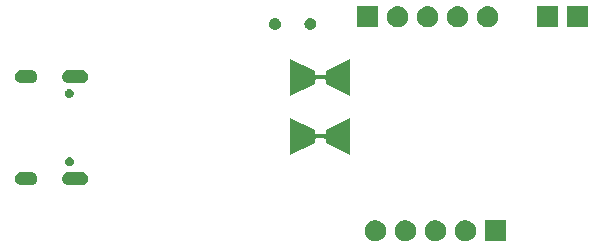
<source format=gbr>
G04 #@! TF.GenerationSoftware,KiCad,Pcbnew,5.1.5*
G04 #@! TF.CreationDate,2020-01-06T16:37:44-06:00*
G04 #@! TF.ProjectId,ATGM336H,4154474d-3333-4364-982e-6b696361645f,rev?*
G04 #@! TF.SameCoordinates,Original*
G04 #@! TF.FileFunction,Soldermask,Bot*
G04 #@! TF.FilePolarity,Negative*
%FSLAX46Y46*%
G04 Gerber Fmt 4.6, Leading zero omitted, Abs format (unit mm)*
G04 Created by KiCad (PCBNEW 5.1.5) date 2020-01-06 16:37:44*
%MOMM*%
%LPD*%
G04 APERTURE LIST*
%ADD10C,0.100000*%
G04 APERTURE END LIST*
D10*
G36*
X148221000Y-74901000D02*
G01*
X146419000Y-74901000D01*
X146419000Y-73099000D01*
X148221000Y-73099000D01*
X148221000Y-74901000D01*
G37*
G36*
X142353512Y-73103927D02*
G01*
X142502812Y-73133624D01*
X142666784Y-73201544D01*
X142814354Y-73300147D01*
X142939853Y-73425646D01*
X143038456Y-73573216D01*
X143106376Y-73737188D01*
X143141000Y-73911259D01*
X143141000Y-74088741D01*
X143106376Y-74262812D01*
X143038456Y-74426784D01*
X142939853Y-74574354D01*
X142814354Y-74699853D01*
X142666784Y-74798456D01*
X142502812Y-74866376D01*
X142353512Y-74896073D01*
X142328742Y-74901000D01*
X142151258Y-74901000D01*
X142126488Y-74896073D01*
X141977188Y-74866376D01*
X141813216Y-74798456D01*
X141665646Y-74699853D01*
X141540147Y-74574354D01*
X141441544Y-74426784D01*
X141373624Y-74262812D01*
X141339000Y-74088741D01*
X141339000Y-73911259D01*
X141373624Y-73737188D01*
X141441544Y-73573216D01*
X141540147Y-73425646D01*
X141665646Y-73300147D01*
X141813216Y-73201544D01*
X141977188Y-73133624D01*
X142126488Y-73103927D01*
X142151258Y-73099000D01*
X142328742Y-73099000D01*
X142353512Y-73103927D01*
G37*
G36*
X139813512Y-73103927D02*
G01*
X139962812Y-73133624D01*
X140126784Y-73201544D01*
X140274354Y-73300147D01*
X140399853Y-73425646D01*
X140498456Y-73573216D01*
X140566376Y-73737188D01*
X140601000Y-73911259D01*
X140601000Y-74088741D01*
X140566376Y-74262812D01*
X140498456Y-74426784D01*
X140399853Y-74574354D01*
X140274354Y-74699853D01*
X140126784Y-74798456D01*
X139962812Y-74866376D01*
X139813512Y-74896073D01*
X139788742Y-74901000D01*
X139611258Y-74901000D01*
X139586488Y-74896073D01*
X139437188Y-74866376D01*
X139273216Y-74798456D01*
X139125646Y-74699853D01*
X139000147Y-74574354D01*
X138901544Y-74426784D01*
X138833624Y-74262812D01*
X138799000Y-74088741D01*
X138799000Y-73911259D01*
X138833624Y-73737188D01*
X138901544Y-73573216D01*
X139000147Y-73425646D01*
X139125646Y-73300147D01*
X139273216Y-73201544D01*
X139437188Y-73133624D01*
X139586488Y-73103927D01*
X139611258Y-73099000D01*
X139788742Y-73099000D01*
X139813512Y-73103927D01*
G37*
G36*
X137273512Y-73103927D02*
G01*
X137422812Y-73133624D01*
X137586784Y-73201544D01*
X137734354Y-73300147D01*
X137859853Y-73425646D01*
X137958456Y-73573216D01*
X138026376Y-73737188D01*
X138061000Y-73911259D01*
X138061000Y-74088741D01*
X138026376Y-74262812D01*
X137958456Y-74426784D01*
X137859853Y-74574354D01*
X137734354Y-74699853D01*
X137586784Y-74798456D01*
X137422812Y-74866376D01*
X137273512Y-74896073D01*
X137248742Y-74901000D01*
X137071258Y-74901000D01*
X137046488Y-74896073D01*
X136897188Y-74866376D01*
X136733216Y-74798456D01*
X136585646Y-74699853D01*
X136460147Y-74574354D01*
X136361544Y-74426784D01*
X136293624Y-74262812D01*
X136259000Y-74088741D01*
X136259000Y-73911259D01*
X136293624Y-73737188D01*
X136361544Y-73573216D01*
X136460147Y-73425646D01*
X136585646Y-73300147D01*
X136733216Y-73201544D01*
X136897188Y-73133624D01*
X137046488Y-73103927D01*
X137071258Y-73099000D01*
X137248742Y-73099000D01*
X137273512Y-73103927D01*
G37*
G36*
X144893512Y-73103927D02*
G01*
X145042812Y-73133624D01*
X145206784Y-73201544D01*
X145354354Y-73300147D01*
X145479853Y-73425646D01*
X145578456Y-73573216D01*
X145646376Y-73737188D01*
X145681000Y-73911259D01*
X145681000Y-74088741D01*
X145646376Y-74262812D01*
X145578456Y-74426784D01*
X145479853Y-74574354D01*
X145354354Y-74699853D01*
X145206784Y-74798456D01*
X145042812Y-74866376D01*
X144893512Y-74896073D01*
X144868742Y-74901000D01*
X144691258Y-74901000D01*
X144666488Y-74896073D01*
X144517188Y-74866376D01*
X144353216Y-74798456D01*
X144205646Y-74699853D01*
X144080147Y-74574354D01*
X143981544Y-74426784D01*
X143913624Y-74262812D01*
X143879000Y-74088741D01*
X143879000Y-73911259D01*
X143913624Y-73737188D01*
X143981544Y-73573216D01*
X144080147Y-73425646D01*
X144205646Y-73300147D01*
X144353216Y-73201544D01*
X144517188Y-73133624D01*
X144666488Y-73103927D01*
X144691258Y-73099000D01*
X144868742Y-73099000D01*
X144893512Y-73103927D01*
G37*
G36*
X108108015Y-69026973D02*
G01*
X108211879Y-69058479D01*
X108239055Y-69073005D01*
X108307600Y-69109643D01*
X108391501Y-69178499D01*
X108460357Y-69262400D01*
X108496995Y-69330945D01*
X108511521Y-69358121D01*
X108543027Y-69461985D01*
X108553666Y-69570000D01*
X108543027Y-69678015D01*
X108511521Y-69781879D01*
X108511519Y-69781882D01*
X108460357Y-69877600D01*
X108391501Y-69961501D01*
X108307600Y-70030357D01*
X108239055Y-70066995D01*
X108211879Y-70081521D01*
X108108015Y-70113027D01*
X108027067Y-70121000D01*
X107172933Y-70121000D01*
X107091985Y-70113027D01*
X106988121Y-70081521D01*
X106960945Y-70066995D01*
X106892400Y-70030357D01*
X106808499Y-69961501D01*
X106739643Y-69877600D01*
X106688481Y-69781882D01*
X106688479Y-69781879D01*
X106656973Y-69678015D01*
X106646334Y-69570000D01*
X106656973Y-69461985D01*
X106688479Y-69358121D01*
X106703005Y-69330945D01*
X106739643Y-69262400D01*
X106808499Y-69178499D01*
X106892400Y-69109643D01*
X106960945Y-69073005D01*
X106988121Y-69058479D01*
X107091985Y-69026973D01*
X107172933Y-69019000D01*
X108027067Y-69019000D01*
X108108015Y-69026973D01*
G37*
G36*
X112408015Y-69026973D02*
G01*
X112511879Y-69058479D01*
X112539055Y-69073005D01*
X112607600Y-69109643D01*
X112691501Y-69178499D01*
X112760357Y-69262400D01*
X112796995Y-69330945D01*
X112811521Y-69358121D01*
X112843027Y-69461985D01*
X112853666Y-69570000D01*
X112843027Y-69678015D01*
X112811521Y-69781879D01*
X112811519Y-69781882D01*
X112760357Y-69877600D01*
X112691501Y-69961501D01*
X112607600Y-70030357D01*
X112539055Y-70066995D01*
X112511879Y-70081521D01*
X112408015Y-70113027D01*
X112327067Y-70121000D01*
X111172933Y-70121000D01*
X111091985Y-70113027D01*
X110988121Y-70081521D01*
X110960945Y-70066995D01*
X110892400Y-70030357D01*
X110808499Y-69961501D01*
X110739643Y-69877600D01*
X110688481Y-69781882D01*
X110688479Y-69781879D01*
X110656973Y-69678015D01*
X110646334Y-69570000D01*
X110656973Y-69461985D01*
X110688479Y-69358121D01*
X110703005Y-69330945D01*
X110739643Y-69262400D01*
X110808499Y-69178499D01*
X110892400Y-69109643D01*
X110960945Y-69073005D01*
X110988121Y-69058479D01*
X111091985Y-69026973D01*
X111172933Y-69019000D01*
X112327067Y-69019000D01*
X112408015Y-69026973D01*
G37*
G36*
X111359672Y-67778449D02*
G01*
X111359674Y-67778450D01*
X111359675Y-67778450D01*
X111428103Y-67806793D01*
X111489686Y-67847942D01*
X111542058Y-67900314D01*
X111583207Y-67961897D01*
X111611550Y-68030325D01*
X111626000Y-68102967D01*
X111626000Y-68177033D01*
X111611550Y-68249675D01*
X111583207Y-68318103D01*
X111542058Y-68379686D01*
X111489686Y-68432058D01*
X111428103Y-68473207D01*
X111359675Y-68501550D01*
X111359674Y-68501550D01*
X111359672Y-68501551D01*
X111287034Y-68516000D01*
X111212966Y-68516000D01*
X111140328Y-68501551D01*
X111140326Y-68501550D01*
X111140325Y-68501550D01*
X111071897Y-68473207D01*
X111010314Y-68432058D01*
X110957942Y-68379686D01*
X110916793Y-68318103D01*
X110888450Y-68249675D01*
X110874000Y-68177033D01*
X110874000Y-68102967D01*
X110888450Y-68030325D01*
X110916793Y-67961897D01*
X110957942Y-67900314D01*
X111010314Y-67847942D01*
X111071897Y-67806793D01*
X111140325Y-67778450D01*
X111140326Y-67778450D01*
X111140328Y-67778449D01*
X111212966Y-67764000D01*
X111287034Y-67764000D01*
X111359672Y-67778449D01*
G37*
G36*
X135051000Y-67582520D02*
G01*
X132949000Y-66531520D01*
X132949000Y-66300999D01*
X132946598Y-66276613D01*
X132939485Y-66253164D01*
X132927934Y-66231553D01*
X132912389Y-66212611D01*
X132893447Y-66197066D01*
X132871836Y-66185515D01*
X132848387Y-66178402D01*
X132824001Y-66176000D01*
X132175999Y-66176000D01*
X132151613Y-66178402D01*
X132128164Y-66185515D01*
X132106553Y-66197066D01*
X132087611Y-66212611D01*
X132072066Y-66231553D01*
X132060515Y-66253164D01*
X132053402Y-66276613D01*
X132051000Y-66300999D01*
X132051000Y-66531520D01*
X129949000Y-67582520D01*
X129949000Y-64417480D01*
X132051000Y-65468480D01*
X132051000Y-65699001D01*
X132053402Y-65723387D01*
X132060515Y-65746836D01*
X132072066Y-65768447D01*
X132087611Y-65787389D01*
X132106553Y-65802934D01*
X132128164Y-65814485D01*
X132151613Y-65821598D01*
X132175999Y-65824000D01*
X132824001Y-65824000D01*
X132848387Y-65821598D01*
X132871836Y-65814485D01*
X132893447Y-65802934D01*
X132912389Y-65787389D01*
X132927934Y-65768447D01*
X132939485Y-65746836D01*
X132946598Y-65723387D01*
X132949000Y-65699001D01*
X132949000Y-65468480D01*
X135051000Y-64417480D01*
X135051000Y-67582520D01*
G37*
G36*
X111359672Y-61998449D02*
G01*
X111359674Y-61998450D01*
X111359675Y-61998450D01*
X111428103Y-62026793D01*
X111489686Y-62067942D01*
X111542058Y-62120314D01*
X111583207Y-62181897D01*
X111611550Y-62250325D01*
X111626000Y-62322967D01*
X111626000Y-62397033D01*
X111611550Y-62469675D01*
X111583207Y-62538103D01*
X111542058Y-62599686D01*
X111489686Y-62652058D01*
X111428103Y-62693207D01*
X111359675Y-62721550D01*
X111359674Y-62721550D01*
X111359672Y-62721551D01*
X111287034Y-62736000D01*
X111212966Y-62736000D01*
X111140328Y-62721551D01*
X111140326Y-62721550D01*
X111140325Y-62721550D01*
X111071897Y-62693207D01*
X111010314Y-62652058D01*
X110957942Y-62599686D01*
X110916793Y-62538103D01*
X110888450Y-62469675D01*
X110874000Y-62397033D01*
X110874000Y-62322967D01*
X110888450Y-62250325D01*
X110916793Y-62181897D01*
X110957942Y-62120314D01*
X111010314Y-62067942D01*
X111071897Y-62026793D01*
X111140325Y-61998450D01*
X111140326Y-61998450D01*
X111140328Y-61998449D01*
X111212966Y-61984000D01*
X111287034Y-61984000D01*
X111359672Y-61998449D01*
G37*
G36*
X135051000Y-62582520D02*
G01*
X132949000Y-61531520D01*
X132949000Y-61300999D01*
X132946598Y-61276613D01*
X132939485Y-61253164D01*
X132927934Y-61231553D01*
X132912389Y-61212611D01*
X132893447Y-61197066D01*
X132871836Y-61185515D01*
X132848387Y-61178402D01*
X132824001Y-61176000D01*
X132175999Y-61176000D01*
X132151613Y-61178402D01*
X132128164Y-61185515D01*
X132106553Y-61197066D01*
X132087611Y-61212611D01*
X132072066Y-61231553D01*
X132060515Y-61253164D01*
X132053402Y-61276613D01*
X132051000Y-61300999D01*
X132051000Y-61531520D01*
X129949000Y-62582520D01*
X129949000Y-59417480D01*
X132051000Y-60468480D01*
X132051000Y-60699001D01*
X132053402Y-60723387D01*
X132060515Y-60746836D01*
X132072066Y-60768447D01*
X132087611Y-60787389D01*
X132106553Y-60802934D01*
X132128164Y-60814485D01*
X132151613Y-60821598D01*
X132175999Y-60824000D01*
X132824001Y-60824000D01*
X132848387Y-60821598D01*
X132871836Y-60814485D01*
X132893447Y-60802934D01*
X132912389Y-60787389D01*
X132927934Y-60768447D01*
X132939485Y-60746836D01*
X132946598Y-60723387D01*
X132949000Y-60699001D01*
X132949000Y-60468480D01*
X135051000Y-59417480D01*
X135051000Y-62582520D01*
G37*
G36*
X108108015Y-60386973D02*
G01*
X108211879Y-60418479D01*
X108239055Y-60433005D01*
X108307600Y-60469643D01*
X108391501Y-60538499D01*
X108460357Y-60622400D01*
X108496995Y-60690945D01*
X108511521Y-60718121D01*
X108543027Y-60821985D01*
X108553666Y-60930000D01*
X108543027Y-61038015D01*
X108511521Y-61141879D01*
X108511519Y-61141882D01*
X108460357Y-61237600D01*
X108391501Y-61321501D01*
X108307600Y-61390357D01*
X108239055Y-61426995D01*
X108211879Y-61441521D01*
X108108015Y-61473027D01*
X108027067Y-61481000D01*
X107172933Y-61481000D01*
X107091985Y-61473027D01*
X106988121Y-61441521D01*
X106960945Y-61426995D01*
X106892400Y-61390357D01*
X106808499Y-61321501D01*
X106739643Y-61237600D01*
X106688481Y-61141882D01*
X106688479Y-61141879D01*
X106656973Y-61038015D01*
X106646334Y-60930000D01*
X106656973Y-60821985D01*
X106688479Y-60718121D01*
X106703005Y-60690945D01*
X106739643Y-60622400D01*
X106808499Y-60538499D01*
X106892400Y-60469643D01*
X106960945Y-60433005D01*
X106988121Y-60418479D01*
X107091985Y-60386973D01*
X107172933Y-60379000D01*
X108027067Y-60379000D01*
X108108015Y-60386973D01*
G37*
G36*
X112408015Y-60386973D02*
G01*
X112511879Y-60418479D01*
X112539055Y-60433005D01*
X112607600Y-60469643D01*
X112691501Y-60538499D01*
X112760357Y-60622400D01*
X112796995Y-60690945D01*
X112811521Y-60718121D01*
X112843027Y-60821985D01*
X112853666Y-60930000D01*
X112843027Y-61038015D01*
X112811521Y-61141879D01*
X112811519Y-61141882D01*
X112760357Y-61237600D01*
X112691501Y-61321501D01*
X112607600Y-61390357D01*
X112539055Y-61426995D01*
X112511879Y-61441521D01*
X112408015Y-61473027D01*
X112327067Y-61481000D01*
X111172933Y-61481000D01*
X111091985Y-61473027D01*
X110988121Y-61441521D01*
X110960945Y-61426995D01*
X110892400Y-61390357D01*
X110808499Y-61321501D01*
X110739643Y-61237600D01*
X110688481Y-61141882D01*
X110688479Y-61141879D01*
X110656973Y-61038015D01*
X110646334Y-60930000D01*
X110656973Y-60821985D01*
X110688479Y-60718121D01*
X110703005Y-60690945D01*
X110739643Y-60622400D01*
X110808499Y-60538499D01*
X110892400Y-60469643D01*
X110960945Y-60433005D01*
X110988121Y-60418479D01*
X111091985Y-60386973D01*
X111172933Y-60379000D01*
X112327067Y-60379000D01*
X112408015Y-60386973D01*
G37*
G36*
X131747740Y-55983627D02*
G01*
X131796136Y-55993253D01*
X131833902Y-56008896D01*
X131887311Y-56031019D01*
X131887312Y-56031020D01*
X131969369Y-56085848D01*
X132039152Y-56155631D01*
X132039153Y-56155633D01*
X132093981Y-56237689D01*
X132131747Y-56328865D01*
X132151000Y-56425655D01*
X132151000Y-56524345D01*
X132131747Y-56621135D01*
X132093981Y-56712311D01*
X132066752Y-56753062D01*
X132039152Y-56794369D01*
X131969369Y-56864152D01*
X131928062Y-56891752D01*
X131887311Y-56918981D01*
X131833902Y-56941104D01*
X131796136Y-56956747D01*
X131747740Y-56966374D01*
X131699345Y-56976000D01*
X131600655Y-56976000D01*
X131552260Y-56966374D01*
X131503864Y-56956747D01*
X131466098Y-56941104D01*
X131412689Y-56918981D01*
X131371938Y-56891752D01*
X131330631Y-56864152D01*
X131260848Y-56794369D01*
X131233248Y-56753062D01*
X131206019Y-56712311D01*
X131168253Y-56621135D01*
X131149000Y-56524345D01*
X131149000Y-56425655D01*
X131168253Y-56328865D01*
X131206019Y-56237689D01*
X131260847Y-56155633D01*
X131260848Y-56155631D01*
X131330631Y-56085848D01*
X131412688Y-56031020D01*
X131412689Y-56031019D01*
X131466098Y-56008896D01*
X131503864Y-55993253D01*
X131552260Y-55983627D01*
X131600655Y-55974000D01*
X131699345Y-55974000D01*
X131747740Y-55983627D01*
G37*
G36*
X128747740Y-55983627D02*
G01*
X128796136Y-55993253D01*
X128833902Y-56008896D01*
X128887311Y-56031019D01*
X128887312Y-56031020D01*
X128969369Y-56085848D01*
X129039152Y-56155631D01*
X129039153Y-56155633D01*
X129093981Y-56237689D01*
X129131747Y-56328865D01*
X129151000Y-56425655D01*
X129151000Y-56524345D01*
X129131747Y-56621135D01*
X129093981Y-56712311D01*
X129066752Y-56753062D01*
X129039152Y-56794369D01*
X128969369Y-56864152D01*
X128928062Y-56891752D01*
X128887311Y-56918981D01*
X128833902Y-56941104D01*
X128796136Y-56956747D01*
X128747740Y-56966374D01*
X128699345Y-56976000D01*
X128600655Y-56976000D01*
X128552260Y-56966374D01*
X128503864Y-56956747D01*
X128466098Y-56941104D01*
X128412689Y-56918981D01*
X128371938Y-56891752D01*
X128330631Y-56864152D01*
X128260848Y-56794369D01*
X128233248Y-56753062D01*
X128206019Y-56712311D01*
X128168253Y-56621135D01*
X128149000Y-56524345D01*
X128149000Y-56425655D01*
X128168253Y-56328865D01*
X128206019Y-56237689D01*
X128260847Y-56155633D01*
X128260848Y-56155631D01*
X128330631Y-56085848D01*
X128412688Y-56031020D01*
X128412689Y-56031019D01*
X128466098Y-56008896D01*
X128503864Y-55993253D01*
X128552260Y-55983627D01*
X128600655Y-55974000D01*
X128699345Y-55974000D01*
X128747740Y-55983627D01*
G37*
G36*
X139153512Y-54983927D02*
G01*
X139302812Y-55013624D01*
X139466784Y-55081544D01*
X139614354Y-55180147D01*
X139739853Y-55305646D01*
X139838456Y-55453216D01*
X139906376Y-55617188D01*
X139941000Y-55791259D01*
X139941000Y-55968741D01*
X139906376Y-56142812D01*
X139838456Y-56306784D01*
X139739853Y-56454354D01*
X139614354Y-56579853D01*
X139466784Y-56678456D01*
X139302812Y-56746376D01*
X139153512Y-56776073D01*
X139128742Y-56781000D01*
X138951258Y-56781000D01*
X138926488Y-56776073D01*
X138777188Y-56746376D01*
X138613216Y-56678456D01*
X138465646Y-56579853D01*
X138340147Y-56454354D01*
X138241544Y-56306784D01*
X138173624Y-56142812D01*
X138139000Y-55968741D01*
X138139000Y-55791259D01*
X138173624Y-55617188D01*
X138241544Y-55453216D01*
X138340147Y-55305646D01*
X138465646Y-55180147D01*
X138613216Y-55081544D01*
X138777188Y-55013624D01*
X138926488Y-54983927D01*
X138951258Y-54979000D01*
X139128742Y-54979000D01*
X139153512Y-54983927D01*
G37*
G36*
X144233512Y-54983927D02*
G01*
X144382812Y-55013624D01*
X144546784Y-55081544D01*
X144694354Y-55180147D01*
X144819853Y-55305646D01*
X144918456Y-55453216D01*
X144986376Y-55617188D01*
X145021000Y-55791259D01*
X145021000Y-55968741D01*
X144986376Y-56142812D01*
X144918456Y-56306784D01*
X144819853Y-56454354D01*
X144694354Y-56579853D01*
X144546784Y-56678456D01*
X144382812Y-56746376D01*
X144233512Y-56776073D01*
X144208742Y-56781000D01*
X144031258Y-56781000D01*
X144006488Y-56776073D01*
X143857188Y-56746376D01*
X143693216Y-56678456D01*
X143545646Y-56579853D01*
X143420147Y-56454354D01*
X143321544Y-56306784D01*
X143253624Y-56142812D01*
X143219000Y-55968741D01*
X143219000Y-55791259D01*
X143253624Y-55617188D01*
X143321544Y-55453216D01*
X143420147Y-55305646D01*
X143545646Y-55180147D01*
X143693216Y-55081544D01*
X143857188Y-55013624D01*
X144006488Y-54983927D01*
X144031258Y-54979000D01*
X144208742Y-54979000D01*
X144233512Y-54983927D01*
G37*
G36*
X141693512Y-54983927D02*
G01*
X141842812Y-55013624D01*
X142006784Y-55081544D01*
X142154354Y-55180147D01*
X142279853Y-55305646D01*
X142378456Y-55453216D01*
X142446376Y-55617188D01*
X142481000Y-55791259D01*
X142481000Y-55968741D01*
X142446376Y-56142812D01*
X142378456Y-56306784D01*
X142279853Y-56454354D01*
X142154354Y-56579853D01*
X142006784Y-56678456D01*
X141842812Y-56746376D01*
X141693512Y-56776073D01*
X141668742Y-56781000D01*
X141491258Y-56781000D01*
X141466488Y-56776073D01*
X141317188Y-56746376D01*
X141153216Y-56678456D01*
X141005646Y-56579853D01*
X140880147Y-56454354D01*
X140781544Y-56306784D01*
X140713624Y-56142812D01*
X140679000Y-55968741D01*
X140679000Y-55791259D01*
X140713624Y-55617188D01*
X140781544Y-55453216D01*
X140880147Y-55305646D01*
X141005646Y-55180147D01*
X141153216Y-55081544D01*
X141317188Y-55013624D01*
X141466488Y-54983927D01*
X141491258Y-54979000D01*
X141668742Y-54979000D01*
X141693512Y-54983927D01*
G37*
G36*
X137401000Y-56781000D02*
G01*
X135599000Y-56781000D01*
X135599000Y-54979000D01*
X137401000Y-54979000D01*
X137401000Y-56781000D01*
G37*
G36*
X152640600Y-56781000D02*
G01*
X150838600Y-56781000D01*
X150838600Y-54979000D01*
X152640600Y-54979000D01*
X152640600Y-56781000D01*
G37*
G36*
X155180600Y-56781000D02*
G01*
X153378600Y-56781000D01*
X153378600Y-54979000D01*
X155180600Y-54979000D01*
X155180600Y-56781000D01*
G37*
G36*
X146773512Y-54983927D02*
G01*
X146922812Y-55013624D01*
X147086784Y-55081544D01*
X147234354Y-55180147D01*
X147359853Y-55305646D01*
X147458456Y-55453216D01*
X147526376Y-55617188D01*
X147561000Y-55791259D01*
X147561000Y-55968741D01*
X147526376Y-56142812D01*
X147458456Y-56306784D01*
X147359853Y-56454354D01*
X147234354Y-56579853D01*
X147086784Y-56678456D01*
X146922812Y-56746376D01*
X146773512Y-56776073D01*
X146748742Y-56781000D01*
X146571258Y-56781000D01*
X146546488Y-56776073D01*
X146397188Y-56746376D01*
X146233216Y-56678456D01*
X146085646Y-56579853D01*
X145960147Y-56454354D01*
X145861544Y-56306784D01*
X145793624Y-56142812D01*
X145759000Y-55968741D01*
X145759000Y-55791259D01*
X145793624Y-55617188D01*
X145861544Y-55453216D01*
X145960147Y-55305646D01*
X146085646Y-55180147D01*
X146233216Y-55081544D01*
X146397188Y-55013624D01*
X146546488Y-54983927D01*
X146571258Y-54979000D01*
X146748742Y-54979000D01*
X146773512Y-54983927D01*
G37*
M02*

</source>
